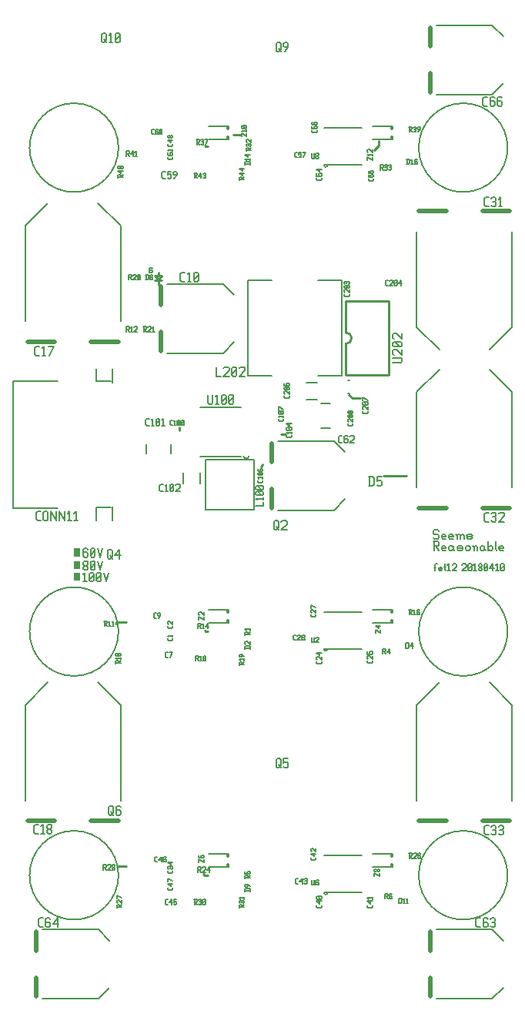
<source format=gbr>
G04 start of page 10 for group -4079 idx -4079 *
G04 Title: fet12, topsilk *
G04 Creator: pcb 20140316 *
G04 CreationDate: Thu 12 Apr 2018 01:23:09 AM GMT UTC *
G04 For: brian *
G04 Format: Gerber/RS-274X *
G04 PCB-Dimensions (mil): 6000.00 5000.00 *
G04 PCB-Coordinate-Origin: lower left *
%MOIN*%
%FSLAX25Y25*%
%LNTOPSILK*%
%ADD192C,0.0200*%
%ADD191C,0.0080*%
%ADD190C,0.0120*%
%ADD189C,0.0060*%
%ADD188C,0.0100*%
%ADD187C,0.0001*%
G54D187*G36*
X203500Y228000D02*Y224500D01*
X201000D01*
Y228000D01*
X203500D01*
G37*
G36*
Y222500D02*Y219000D01*
X201000D01*
Y222500D01*
X203500D01*
G37*
G36*
Y217500D02*Y214000D01*
X201000D01*
Y217500D01*
X203500D01*
G37*
G54D188*X223500Y196000D02*X219500D01*
X219000Y195500D01*
X223500Y90500D02*X220000D01*
X219500Y90000D01*
X259000Y86500D02*X257500D01*
X257000Y87000D01*
X246500Y279000D02*Y280500D01*
X290500Y277500D02*X292500D01*
X282500Y264500D02*Y264000D01*
X282000Y263500D01*
X259000Y192000D02*X258000D01*
X257500Y192500D01*
X320000Y294500D02*X321500Y293000D01*
X325000D01*
X270000Y407000D02*X273000D01*
X259000Y402000D02*X258000D01*
X257500Y402500D01*
X331000Y400500D02*X333000Y402500D01*
Y404500D01*
X237500Y344500D02*X239000Y346000D01*
X236000D01*
X237500Y344500D01*
Y342000D01*
Y346000D02*Y347500D01*
X236000Y344000D02*X239000D01*
G54D189*X234540Y349480D02*X234800Y349220D01*
X233760Y349480D02*X234540D01*
X233500Y349220D02*X233760Y349480D01*
X233500Y349220D02*Y347660D01*
X233760Y347400D01*
X234540D01*
X234800Y347660D01*
Y348180D02*Y347660D01*
X234540Y348440D02*X234800Y348180D01*
X234020Y348440D02*X234540D01*
X358460Y236020D02*X358950Y235530D01*
X356990Y236020D02*X358460D01*
X356500Y235530D02*X356990Y236020D01*
X356500Y235530D02*Y234550D01*
X356990Y234060D01*
X358460D01*
X358950Y233570D01*
Y232590D01*
X358460Y232100D02*X358950Y232590D01*
X356990Y232100D02*X358460D01*
X356500Y232590D02*X356990Y232100D01*
X360616D02*X362086D01*
X360126Y232590D02*X360616Y232100D01*
X360126Y233570D02*Y232590D01*
Y233570D02*X360616Y234060D01*
X361596D01*
X362086Y233570D01*
X360126Y233080D02*X362086D01*
Y233570D02*Y233080D01*
X363752Y232100D02*X365222D01*
X363262Y232590D02*X363752Y232100D01*
X363262Y233570D02*Y232590D01*
Y233570D02*X363752Y234060D01*
X364732D01*
X365222Y233570D01*
X363262Y233080D02*X365222D01*
Y233570D02*Y233080D01*
X366888Y233570D02*Y232100D01*
Y233570D02*X367378Y234060D01*
X367868D01*
X368358Y233570D01*
Y232100D01*
Y233570D02*X368848Y234060D01*
X369338D01*
X369828Y233570D01*
Y232100D01*
X366398Y234060D02*X366888Y233570D01*
X371494Y232100D02*X372964D01*
X373454Y232590D01*
X372964Y233080D02*X373454Y232590D01*
X371494Y233080D02*X372964D01*
X371004Y233570D02*X371494Y233080D01*
X371004Y233570D02*X371494Y234060D01*
X372964D01*
X373454Y233570D01*
X371004Y232590D02*X371494Y232100D01*
X356500Y231020D02*X358460D01*
X358950Y230530D01*
Y229550D01*
X358460Y229060D02*X358950Y229550D01*
X356990Y229060D02*X358460D01*
X356990Y231020D02*Y227100D01*
X357774Y229060D02*X358950Y227100D01*
X360616D02*X362086D01*
X360126Y227590D02*X360616Y227100D01*
X360126Y228570D02*Y227590D01*
Y228570D02*X360616Y229060D01*
X361596D01*
X362086Y228570D01*
X360126Y228080D02*X362086D01*
Y228570D02*Y228080D01*
X364732Y229060D02*X365222Y228570D01*
X363752Y229060D02*X364732D01*
X363262Y228570D02*X363752Y229060D01*
X363262Y228570D02*Y227590D01*
X363752Y227100D01*
X365222Y229060D02*Y227590D01*
X365712Y227100D01*
X363752D02*X364732D01*
X365222Y227590D01*
X367378Y227100D02*X368848D01*
X369338Y227590D01*
X368848Y228080D02*X369338Y227590D01*
X367378Y228080D02*X368848D01*
X366888Y228570D02*X367378Y228080D01*
X366888Y228570D02*X367378Y229060D01*
X368848D01*
X369338Y228570D01*
X366888Y227590D02*X367378Y227100D01*
X370514Y228570D02*Y227590D01*
Y228570D02*X371004Y229060D01*
X371984D01*
X372474Y228570D01*
Y227590D01*
X371984Y227100D02*X372474Y227590D01*
X371004Y227100D02*X371984D01*
X370514Y227590D02*X371004Y227100D01*
X374140Y228570D02*Y227100D01*
Y228570D02*X374630Y229060D01*
X375120D01*
X375610Y228570D01*
Y227100D01*
X373650Y229060D02*X374140Y228570D01*
X378256Y229060D02*X378746Y228570D01*
X377276Y229060D02*X378256D01*
X376786Y228570D02*X377276Y229060D01*
X376786Y228570D02*Y227590D01*
X377276Y227100D01*
X378746Y229060D02*Y227590D01*
X379236Y227100D01*
X377276D02*X378256D01*
X378746Y227590D01*
X380412Y231020D02*Y227100D01*
Y227590D02*X380902Y227100D01*
X381882D01*
X382372Y227590D01*
Y228570D02*Y227590D01*
X381882Y229060D02*X382372Y228570D01*
X380902Y229060D02*X381882D01*
X380412Y228570D02*X380902Y229060D01*
X383548Y231020D02*Y227590D01*
X384038Y227100D01*
X385508D02*X386978D01*
X385018Y227590D02*X385508Y227100D01*
X385018Y228570D02*Y227590D01*
Y228570D02*X385508Y229060D01*
X386488D01*
X386978Y228570D01*
X385018Y228080D02*X386978D01*
Y228570D02*Y228080D01*
X357375Y220875D02*Y218250D01*
Y220875D02*X357750Y221250D01*
X358125D01*
X357000Y219750D02*X357750D01*
X359250Y218250D02*X360375D01*
X358875Y218625D02*X359250Y218250D01*
X358875Y219375D02*Y218625D01*
Y219375D02*X359250Y219750D01*
X360000D01*
X360375Y219375D01*
X358875Y219000D02*X360375D01*
Y219375D02*Y219000D01*
X361650Y221250D02*Y218625D01*
X362025Y218250D01*
X361275Y220125D02*X362025D01*
X362775Y220650D02*X363375Y221250D01*
Y218250D01*
X362775D02*X363900D01*
X364800Y220875D02*X365175Y221250D01*
X366300D01*
X366675Y220875D01*
Y220125D01*
X364800Y218250D02*X366675Y220125D01*
X364800Y218250D02*X366675D01*
X368925Y220875D02*X369300Y221250D01*
X370425D01*
X370800Y220875D01*
Y220125D01*
X368925Y218250D02*X370800Y220125D01*
X368925Y218250D02*X370800D01*
X371700Y218625D02*X372075Y218250D01*
X371700Y220875D02*Y218625D01*
Y220875D02*X372075Y221250D01*
X372825D01*
X373200Y220875D01*
Y218625D01*
X372825Y218250D02*X373200Y218625D01*
X372075Y218250D02*X372825D01*
X371700Y219000D02*X373200Y220500D01*
X374100Y220650D02*X374700Y221250D01*
Y218250D01*
X374100D02*X375225D01*
X376125Y218625D02*X376500Y218250D01*
X376125Y219225D02*Y218625D01*
Y219225D02*X376650Y219750D01*
X377100D01*
X377625Y219225D01*
Y218625D01*
X377250Y218250D02*X377625Y218625D01*
X376500Y218250D02*X377250D01*
X376125Y220275D02*X376650Y219750D01*
X376125Y220875D02*Y220275D01*
Y220875D02*X376500Y221250D01*
X377250D01*
X377625Y220875D01*
Y220275D01*
X377100Y219750D02*X377625Y220275D01*
X378525Y218625D02*X378900Y218250D01*
X378525Y220875D02*Y218625D01*
Y220875D02*X378900Y221250D01*
X379650D01*
X380025Y220875D01*
Y218625D01*
X379650Y218250D02*X380025Y218625D01*
X378900Y218250D02*X379650D01*
X378525Y219000D02*X380025Y220500D01*
X380925Y219375D02*X382425Y221250D01*
X380925Y219375D02*X382800D01*
X382425Y221250D02*Y218250D01*
X383700Y220650D02*X384300Y221250D01*
Y218250D01*
X383700D02*X384825D01*
X385725Y218625D02*X386100Y218250D01*
X385725Y220875D02*Y218625D01*
Y220875D02*X386100Y221250D01*
X386850D01*
X387225Y220875D01*
Y218625D01*
X386850Y218250D02*X387225Y218625D01*
X386100Y218250D02*X386850D01*
X385725Y219000D02*X387225Y220500D01*
X206470Y228020D02*X206960Y227530D01*
X205490Y228020D02*X206470D01*
X205000Y227530D02*X205490Y228020D01*
X205000Y227530D02*Y224590D01*
X205490Y224100D01*
X206470Y226256D02*X206960Y225766D01*
X205000Y226256D02*X206470D01*
X205490Y224100D02*X206470D01*
X206960Y224590D01*
Y225766D02*Y224590D01*
X208136D02*X208626Y224100D01*
X208136Y227530D02*Y224590D01*
Y227530D02*X208626Y228020D01*
X209606D01*
X210096Y227530D01*
Y224590D01*
X209606Y224100D02*X210096Y224590D01*
X208626Y224100D02*X209606D01*
X208136Y225080D02*X210096Y227040D01*
X211272Y228020D02*X212252Y224100D01*
X213232Y228020D01*
X205000Y219090D02*X205490Y218600D01*
X205000Y219874D02*Y219090D01*
Y219874D02*X205686Y220560D01*
X206274D01*
X206960Y219874D01*
Y219090D01*
X206470Y218600D02*X206960Y219090D01*
X205490Y218600D02*X206470D01*
X205000Y221246D02*X205686Y220560D01*
X205000Y222030D02*Y221246D01*
Y222030D02*X205490Y222520D01*
X206470D01*
X206960Y222030D01*
Y221246D01*
X206274Y220560D02*X206960Y221246D01*
X208136Y219090D02*X208626Y218600D01*
X208136Y222030D02*Y219090D01*
Y222030D02*X208626Y222520D01*
X209606D01*
X210096Y222030D01*
Y219090D01*
X209606Y218600D02*X210096Y219090D01*
X208626Y218600D02*X209606D01*
X208136Y219580D02*X210096Y221540D01*
X211272Y222520D02*X212252Y218600D01*
X213232Y222520D01*
X205000Y216736D02*X205784Y217520D01*
Y213600D01*
X205000D02*X206470D01*
X207646Y214090D02*X208136Y213600D01*
X207646Y217030D02*Y214090D01*
Y217030D02*X208136Y217520D01*
X209116D01*
X209606Y217030D01*
Y214090D01*
X209116Y213600D02*X209606Y214090D01*
X208136Y213600D02*X209116D01*
X207646Y214580D02*X209606Y216540D01*
X210782Y214090D02*X211272Y213600D01*
X210782Y217030D02*Y214090D01*
Y217030D02*X211272Y217520D01*
X212252D01*
X212742Y217030D01*
Y214090D01*
X212252Y213600D02*X212742Y214090D01*
X211272Y213600D02*X212252D01*
X210782Y214580D02*X212742Y216540D01*
X213918Y217520D02*X214898Y213600D01*
X215878Y217520D01*
G54D190*X267634Y406150D02*Y405441D01*
Y410559D02*Y409850D01*
G54D191*X259169Y405244D02*X267831D01*
X259169Y410756D02*X267831D01*
X181750Y401500D02*G75*G03X181750Y401500I19250J0D01*G01*
G54D192*X350315Y374028D02*X362126D01*
X377874D02*X389685D01*
G54D191*X349331Y365169D02*Y323831D01*
X390669Y365169D02*Y323831D01*
X380827Y313988D01*
X349331Y323831D02*X359173Y313988D01*
X350250Y401500D02*G75*G03X350250Y401500I19250J0D01*G01*
G54D192*X355146Y433594D02*Y425524D01*
Y453476D02*Y445406D01*
G54D191*X357902Y424539D02*X382114D01*
X357902Y454461D02*X382114D01*
X386839Y449736D01*
X382114Y424539D02*X386839Y429264D01*
G54D190*X338634Y406150D02*Y405441D01*
Y410559D02*Y409850D01*
G54D191*X330169Y405244D02*X338831D01*
X330169Y410756D02*X338831D01*
X309429Y393929D02*X325571D01*
X309429Y410071D02*X325571D01*
X309232Y393929D02*G75*G03X310807Y393929I787J0D01*G01*
G54D192*X238646Y321594D02*Y313524D01*
Y341476D02*Y333406D01*
G54D191*X241402Y312539D02*X265614D01*
X241402Y342461D02*X265614D01*
X270339Y337736D01*
X265614Y312539D02*X270339Y317264D01*
X316800Y344200D02*Y302800D01*
X276200Y344200D02*Y302800D01*
X306500D02*X316800D01*
X276200D02*X286500D01*
X276200Y344200D02*X286500D01*
X306500D02*X316800D01*
G54D188*X318674Y302934D02*X337326D01*
Y335066D02*Y302934D01*
X318674Y335066D02*X337326D01*
X318674Y316500D02*Y302934D01*
Y335066D02*Y321500D01*
Y316500D02*G75*G03X318674Y321500I0J2500D01*G01*
G54D192*X208374Y317472D02*X220185D01*
X180815D02*X192626D01*
G54D191*X221169Y367669D02*Y326331D01*
X179831Y367669D02*Y326331D01*
Y367669D02*X189673Y377512D01*
X221169Y367669D02*X211327Y377512D01*
X217685Y246228D02*Y240126D01*
Y305874D02*Y299772D01*
X210598Y245638D02*X216898D01*
X210598Y300362D02*X216898D01*
X210598Y245638D02*Y240126D01*
Y305874D02*Y300362D01*
X174772Y300559D02*Y245441D01*
X194063D01*
X174772Y300559D02*X194063D01*
X319607Y295245D02*X320393D01*
X319607Y300755D02*X320393D01*
X301638Y299740D02*X306362D01*
X301638Y292260D02*X306362D01*
X308032Y280186D02*X311968D01*
X308032Y290814D02*X311968D01*
X248260Y260862D02*Y256138D01*
X255740Y260862D02*Y256138D01*
X255642Y289130D02*X273358D01*
X255642Y267870D02*X273358D01*
X274342Y267859D02*G75*G03X276705Y267859I1182J208D01*G01*
X242814Y272968D02*Y269032D01*
X232186Y272968D02*Y269032D01*
X278900Y266300D02*Y244700D01*
X258100D02*X278900D01*
X258100Y266300D02*Y244700D01*
Y266300D02*X278900D01*
G54D192*X286646Y253594D02*Y245524D01*
Y273476D02*Y265406D01*
G54D191*X289402Y244539D02*X313614D01*
X289402Y274461D02*X313614D01*
X318339Y269736D01*
X313614Y244539D02*X318339Y249264D01*
G54D188*X335000Y259400D02*X345000D01*
G54D192*X377874Y245472D02*X389685D01*
X350315D02*X362126D01*
G54D191*X390669Y295669D02*Y254331D01*
X349331Y295669D02*Y254331D01*
Y295669D02*X359173Y305512D01*
X390669Y295669D02*X380827Y305512D01*
G54D192*X208374Y109972D02*X220185D01*
X180815D02*X192626D01*
G54D191*X221169Y160169D02*Y118831D01*
X179831Y160169D02*Y118831D01*
Y160169D02*X189673Y170012D01*
X221169Y160169D02*X211327Y170012D01*
X181750Y192000D02*G75*G03X181750Y192000I19250J0D01*G01*
G54D190*X338634Y196650D02*Y195941D01*
Y201059D02*Y200350D01*
G54D191*X330169Y195744D02*X338831D01*
X330169Y201256D02*X338831D01*
X309429Y184429D02*X325571D01*
X309429Y200571D02*X325571D01*
X309232Y184429D02*G75*G03X310807Y184429I787J0D01*G01*
G54D190*X267634Y196650D02*Y195941D01*
Y201059D02*Y200350D01*
G54D191*X259169Y195744D02*X267831D01*
X259169Y201256D02*X267831D01*
G54D192*X377874Y109972D02*X389685D01*
X350315D02*X362126D01*
G54D191*X390669Y160169D02*Y118831D01*
X349331Y160169D02*Y118831D01*
Y160169D02*X359173Y170012D01*
X390669Y160169D02*X380827Y170012D01*
X350250Y192000D02*G75*G03X350250Y192000I19250J0D01*G01*
Y86500D02*G75*G03X350250Y86500I19250J0D01*G01*
G54D192*X355146Y42094D02*Y34024D01*
Y61976D02*Y53906D01*
G54D191*X357902Y33039D02*X382114D01*
X357902Y62961D02*X382114D01*
X386839Y58236D01*
X382114Y33039D02*X386839Y37764D01*
X181750Y86500D02*G75*G03X181750Y86500I19250J0D01*G01*
G54D192*X184646Y42094D02*Y34024D01*
Y61976D02*Y53906D01*
G54D191*X187402Y33039D02*X211614D01*
X187402Y62961D02*X211614D01*
X216339Y58236D01*
X211614Y33039D02*X216339Y37764D01*
G54D190*X338634Y91150D02*Y90441D01*
Y95559D02*Y94850D01*
G54D191*X330169Y90244D02*X338831D01*
X330169Y95756D02*X338831D01*
X309429Y78929D02*X325571D01*
X309429Y95071D02*X325571D01*
X309232Y78929D02*G75*G03X310807Y78929I787J0D01*G01*
G54D190*X267634Y91150D02*Y90441D01*
Y95559D02*Y94850D01*
G54D191*X259169Y90244D02*X267831D01*
X259169Y95756D02*X267831D01*
G54D189*X184200Y104500D02*X185500D01*
X183500Y105200D02*X184200Y104500D01*
X183500Y107800D02*Y105200D01*
Y107800D02*X184200Y108500D01*
X185500D01*
X186700Y107700D02*X187500Y108500D01*
Y104500D01*
X186700D02*X188200D01*
X189400Y105000D02*X189900Y104500D01*
X189400Y105800D02*Y105000D01*
Y105800D02*X190100Y106500D01*
X190700D01*
X191400Y105800D01*
Y105000D01*
X190900Y104500D02*X191400Y105000D01*
X189900Y104500D02*X190900D01*
X189400Y107200D02*X190100Y106500D01*
X189400Y108000D02*Y107200D01*
Y108000D02*X189900Y108500D01*
X190900D01*
X191400Y108000D01*
Y107200D01*
X190700Y106500D02*X191400Y107200D01*
X216000Y116000D02*Y113000D01*
Y116000D02*X216500Y116500D01*
X217500D01*
X218000Y116000D01*
Y113500D01*
X217000Y112500D02*X218000Y113500D01*
X216500Y112500D02*X217000D01*
X216000Y113000D02*X216500Y112500D01*
X217000Y114000D02*X218000Y112500D01*
X220700Y116500D02*X221200Y116000D01*
X219700Y116500D02*X220700D01*
X219200Y116000D02*X219700Y116500D01*
X219200Y116000D02*Y113000D01*
X219700Y112500D01*
X220700Y114700D02*X221200Y114200D01*
X219200Y114700D02*X220700D01*
X219700Y112500D02*X220700D01*
X221200Y113000D01*
Y114200D02*Y113000D01*
X186200Y64000D02*X187500D01*
X185500Y64700D02*X186200Y64000D01*
X185500Y67300D02*Y64700D01*
Y67300D02*X186200Y68000D01*
X187500D01*
X190200D02*X190700Y67500D01*
X189200Y68000D02*X190200D01*
X188700Y67500D02*X189200Y68000D01*
X188700Y67500D02*Y64500D01*
X189200Y64000D01*
X190200Y66200D02*X190700Y65700D01*
X188700Y66200D02*X190200D01*
X189200Y64000D02*X190200D01*
X190700Y64500D01*
Y65700D02*Y64500D01*
X191900Y65500D02*X193900Y68000D01*
X191900Y65500D02*X194400D01*
X193900Y68000D02*Y64000D01*
X185200Y240000D02*X186500D01*
X184500Y240700D02*X185200Y240000D01*
X184500Y243300D02*Y240700D01*
Y243300D02*X185200Y244000D01*
X186500D01*
X187700Y243500D02*Y240500D01*
Y243500D02*X188200Y244000D01*
X189200D01*
X189700Y243500D01*
Y240500D01*
X189200Y240000D02*X189700Y240500D01*
X188200Y240000D02*X189200D01*
X187700Y240500D02*X188200Y240000D01*
X190900Y244000D02*Y240000D01*
Y244000D02*X193400Y240000D01*
Y244000D02*Y240000D01*
X194600Y244000D02*Y240000D01*
Y244000D02*X197100Y240000D01*
Y244000D02*Y240000D01*
X198300Y243200D02*X199100Y244000D01*
Y240000D01*
X198300D02*X199800D01*
X201000Y243200D02*X201800Y244000D01*
Y240000D01*
X201000D02*X202500D01*
X214000Y196460D02*X215080D01*
X215350Y196190D01*
Y195650D01*
X215080Y195380D02*X215350Y195650D01*
X214270Y195380D02*X215080D01*
X214270Y196460D02*Y194300D01*
X214702Y195380D02*X215350Y194300D01*
X215998Y196028D02*X216430Y196460D01*
Y194300D01*
X215998D02*X216808D01*
X217456Y196028D02*X217888Y196460D01*
Y194300D01*
X217456D02*X218266D01*
X219040Y179080D02*Y178000D01*
Y179080D02*X219310Y179350D01*
X219850D01*
X220120Y179080D02*X219850Y179350D01*
X220120Y179080D02*Y178270D01*
X219040D02*X221200D01*
X220120Y178702D02*X221200Y179350D01*
X219472Y179998D02*X219040Y180430D01*
X221200D01*
Y180808D02*Y179998D01*
X220930Y181456D02*X221200Y181726D01*
X219310Y181456D02*X220930D01*
X219310D02*X219040Y181726D01*
Y182266D02*Y181726D01*
Y182266D02*X219310Y182536D01*
X220930D01*
X221200Y182266D02*X220930Y182536D01*
X221200Y182266D02*Y181726D01*
X220660Y181456D02*X219580Y182536D01*
X215500Y227000D02*Y224000D01*
Y227000D02*X216000Y227500D01*
X217000D01*
X217500Y227000D01*
Y224500D01*
X216500Y223500D02*X217500Y224500D01*
X216000Y223500D02*X216500D01*
X215500Y224000D02*X216000Y223500D01*
X216500Y225000D02*X217500Y223500D01*
X218700Y225000D02*X220700Y227500D01*
X218700Y225000D02*X221200D01*
X220700Y227500D02*Y223500D01*
X272540Y388580D02*Y387500D01*
Y388580D02*X272810Y388850D01*
X273350D01*
X273620Y388580D02*X273350Y388850D01*
X273620Y388580D02*Y387770D01*
X272540D02*X274700D01*
X273620Y388202D02*X274700Y388850D01*
X273890Y389498D02*X272540Y390578D01*
X273890Y390848D02*Y389498D01*
X272540Y390578D02*X274700D01*
X273890Y391496D02*X272540Y392576D01*
X273890Y392846D02*Y391496D01*
X272540Y392576D02*X274700D01*
X288500Y446500D02*Y443500D01*
Y446500D02*X289000Y447000D01*
X290000D01*
X290500Y446500D01*
Y444000D01*
X289500Y443000D02*X290500Y444000D01*
X289000Y443000D02*X289500D01*
X288500Y443500D02*X289000Y443000D01*
X289500Y444500D02*X290500Y443000D01*
X292200D02*X293700Y445000D01*
Y446500D02*Y445000D01*
X293200Y447000D02*X293700Y446500D01*
X292200Y447000D02*X293200D01*
X291700Y446500D02*X292200Y447000D01*
X291700Y446500D02*Y445500D01*
X292200Y445000D01*
X293700D01*
X275540Y401080D02*Y400000D01*
Y401080D02*X275810Y401350D01*
X276350D01*
X276620Y401080D02*X276350Y401350D01*
X276620Y401080D02*Y400270D01*
X275540D02*X277700D01*
X276620Y400702D02*X277700Y401350D01*
X275810Y401998D02*X275540Y402268D01*
Y402808D02*Y402268D01*
Y402808D02*X275810Y403078D01*
X277700Y402808D02*X277430Y403078D01*
X277700Y402808D02*Y402268D01*
X277430Y401998D02*X277700Y402268D01*
X276512Y402808D02*Y402268D01*
X275810Y403078D02*X276242D01*
X276782D02*X277430D01*
X276782D02*X276512Y402808D01*
X276242Y403078D02*X276512Y402808D01*
X275810Y403726D02*X275540Y403996D01*
Y404806D02*Y403996D01*
Y404806D02*X275810Y405076D01*
X276350D01*
X277700Y403726D02*X276350Y405076D01*
X277700D02*Y403726D01*
X275040Y394270D02*X277200D01*
X275040Y394972D02*X275418Y395350D01*
X276822D01*
X277200Y394972D02*X276822Y395350D01*
X277200Y394972D02*Y394000D01*
X275040Y394972D02*Y394000D01*
X275472Y395998D02*X275040Y396430D01*
X277200D01*
Y396808D02*Y395998D01*
X276390Y397456D02*X275040Y398536D01*
X276390Y398806D02*Y397456D01*
X275040Y398536D02*X277200D01*
X296878Y397300D02*X297580D01*
X296500Y397678D02*X296878Y397300D01*
X296500Y399082D02*Y397678D01*
Y399082D02*X296878Y399460D01*
X297580D01*
X298228D02*X299308D01*
X298228D02*Y398380D01*
X298498Y398650D01*
X299038D01*
X299308Y398380D01*
Y397570D01*
X299038Y397300D02*X299308Y397570D01*
X298498Y397300D02*X299038D01*
X298228Y397570D02*X298498Y397300D01*
X300226D02*X301306Y399460D01*
X299956D02*X301306D01*
X304000Y398960D02*Y397070D01*
X304270Y396800D01*
X304810D01*
X305080Y397070D01*
Y398960D02*Y397070D01*
X305728D02*X305998Y396800D01*
X305728Y397502D02*Y397070D01*
Y397502D02*X306106Y397880D01*
X306430D01*
X306808Y397502D01*
Y397070D01*
X306538Y396800D02*X306808Y397070D01*
X305998Y396800D02*X306538D01*
X305728Y398258D02*X306106Y397880D01*
X305728Y398690D02*Y398258D01*
Y398690D02*X305998Y398960D01*
X306538D01*
X306808Y398690D01*
Y398258D01*
X306430Y397880D02*X306808Y398258D01*
X273530Y407825D02*Y406500D01*
X275650D02*X273530Y407825D01*
X275650D02*Y406500D01*
X273954Y408461D02*X273530Y408885D01*
X275650D01*
Y409256D02*Y408461D01*
X275385Y409892D02*X275650Y410157D01*
X273795Y409892D02*X275385D01*
X273795D02*X273530Y410157D01*
Y410687D02*Y410157D01*
Y410687D02*X273795Y410952D01*
X275385D01*
X275650Y410687D02*X275385Y410952D01*
X275650Y410687D02*Y410157D01*
X275120Y409892D02*X274060Y410952D01*
X247700Y343500D02*X249000D01*
X247000Y344200D02*X247700Y343500D01*
X247000Y346800D02*Y344200D01*
Y346800D02*X247700Y347500D01*
X249000D01*
X250200Y346700D02*X251000Y347500D01*
Y343500D01*
X250200D02*X251700D01*
X252900Y344000D02*X253400Y343500D01*
X252900Y347000D02*Y344000D01*
Y347000D02*X253400Y347500D01*
X254400D01*
X254900Y347000D01*
Y344000D01*
X254400Y343500D02*X254900Y344000D01*
X253400Y343500D02*X254400D01*
X252900Y344500D02*X254900Y346500D01*
X232270Y346460D02*Y344300D01*
X232972Y346460D02*X233350Y346082D01*
Y344678D01*
X232972Y344300D02*X233350Y344678D01*
X232000Y344300D02*X232972D01*
X232000Y346460D02*X232972D01*
X234808D02*X235078Y346190D01*
X234268Y346460D02*X234808D01*
X233998Y346190D02*X234268Y346460D01*
X233998Y346190D02*Y344570D01*
X234268Y344300D01*
X234808Y345488D02*X235078Y345218D01*
X233998Y345488D02*X234808D01*
X234268Y344300D02*X234808D01*
X235078Y344570D01*
Y345218D02*Y344570D01*
X224500Y346460D02*X225580D01*
X225850Y346190D01*
Y345650D01*
X225580Y345380D02*X225850Y345650D01*
X224770Y345380D02*X225580D01*
X224770Y346460D02*Y344300D01*
X225202Y345380D02*X225850Y344300D01*
X226498Y346190D02*X226768Y346460D01*
X227578D01*
X227848Y346190D01*
Y345650D01*
X226498Y344300D02*X227848Y345650D01*
X226498Y344300D02*X227848D01*
X228496Y344570D02*X228766Y344300D01*
X228496Y346190D02*Y344570D01*
Y346190D02*X228766Y346460D01*
X229306D01*
X229576Y346190D01*
Y344570D01*
X229306Y344300D02*X229576Y344570D01*
X228766Y344300D02*X229306D01*
X228496Y344840D02*X229576Y345920D01*
X254000Y404960D02*X255080D01*
X255350Y404690D01*
Y404150D01*
X255080Y403880D02*X255350Y404150D01*
X254270Y403880D02*X255080D01*
X254270Y404960D02*Y402800D01*
X254702Y403880D02*X255350Y402800D01*
X255998Y404690D02*X256268Y404960D01*
X256808D01*
X257078Y404690D01*
X256808Y402800D02*X257078Y403070D01*
X256268Y402800D02*X256808D01*
X255998Y403070D02*X256268Y402800D01*
Y403988D02*X256808D01*
X257078Y404690D02*Y404258D01*
Y403718D02*Y403070D01*
Y403718D02*X256808Y403988D01*
X257078Y404258D02*X256808Y403988D01*
X257996Y402800D02*X259076Y404960D01*
X257726D02*X259076D01*
X253000Y390460D02*X254080D01*
X254350Y390190D01*
Y389650D01*
X254080Y389380D02*X254350Y389650D01*
X253270Y389380D02*X254080D01*
X253270Y390460D02*Y388300D01*
X253702Y389380D02*X254350Y388300D01*
X254998Y389110D02*X256078Y390460D01*
X254998Y389110D02*X256348D01*
X256078Y390460D02*Y388300D01*
X256996Y390190D02*X257266Y390460D01*
X257806D01*
X258076Y390190D01*
X257806Y388300D02*X258076Y388570D01*
X257266Y388300D02*X257806D01*
X256996Y388570D02*X257266Y388300D01*
Y389488D02*X257806D01*
X258076Y390190D02*Y389758D01*
Y389218D02*Y388570D01*
Y389218D02*X257806Y389488D01*
X258076Y389758D02*X257806Y389488D01*
X234878Y407300D02*X235580D01*
X234500Y407678D02*X234878Y407300D01*
X234500Y409082D02*Y407678D01*
Y409082D02*X234878Y409460D01*
X235580D01*
X237038D02*X237308Y409190D01*
X236498Y409460D02*X237038D01*
X236228Y409190D02*X236498Y409460D01*
X236228Y409190D02*Y407570D01*
X236498Y407300D01*
X237038Y408488D02*X237308Y408218D01*
X236228Y408488D02*X237038D01*
X236498Y407300D02*X237038D01*
X237308Y407570D01*
Y408218D02*Y407570D01*
X237956D02*X238226Y407300D01*
X237956Y409190D02*Y407570D01*
Y409190D02*X238226Y409460D01*
X238766D01*
X239036Y409190D01*
Y407570D01*
X238766Y407300D02*X239036Y407570D01*
X238226Y407300D02*X238766D01*
X237956Y407840D02*X239036Y408920D01*
X223500Y399970D02*X224560D01*
X224825Y399705D01*
Y399175D01*
X224560Y398910D02*X224825Y399175D01*
X223765Y398910D02*X224560D01*
X223765Y399970D02*Y397850D01*
X224189Y398910D02*X224825Y397850D01*
X225461Y398645D02*X226521Y399970D01*
X225461Y398645D02*X226786D01*
X226521Y399970D02*Y397850D01*
X227422Y399546D02*X227846Y399970D01*
Y397850D01*
X227422D02*X228217D01*
X220040Y389580D02*Y388500D01*
Y389580D02*X220310Y389850D01*
X220850D01*
X221120Y389580D02*X220850Y389850D01*
X221120Y389580D02*Y388770D01*
X220040D02*X222200D01*
X221120Y389202D02*X222200Y389850D01*
X221390Y390498D02*X220040Y391578D01*
X221390Y391848D02*Y390498D01*
X220040Y391578D02*X222200D01*
X221930Y392496D02*X222200Y392766D01*
X220310Y392496D02*X221930D01*
X220310D02*X220040Y392766D01*
Y393306D02*Y392766D01*
Y393306D02*X220310Y393576D01*
X221930D01*
X222200Y393306D02*X221930Y393576D01*
X222200Y393306D02*Y392766D01*
X221660Y392496D02*X220580Y393576D01*
X213000Y450500D02*Y447500D01*
Y450500D02*X213500Y451000D01*
X214500D01*
X215000Y450500D01*
Y448000D01*
X214000Y447000D02*X215000Y448000D01*
X213500Y447000D02*X214000D01*
X213000Y447500D02*X213500Y447000D01*
X214000Y448500D02*X215000Y447000D01*
X216200Y450200D02*X217000Y451000D01*
Y447000D01*
X216200D02*X217700D01*
X218900Y447500D02*X219400Y447000D01*
X218900Y450500D02*Y447500D01*
Y450500D02*X219400Y451000D01*
X220400D01*
X220900Y450500D01*
Y447500D01*
X220400Y447000D02*X220900Y447500D01*
X219400Y447000D02*X220400D01*
X218900Y448000D02*X220900Y450000D01*
X243700Y403080D02*Y402378D01*
X243322Y402000D02*X243700Y402378D01*
X241918Y402000D02*X243322D01*
X241918D02*X241540Y402378D01*
Y403080D02*Y402378D01*
X242890Y403728D02*X241540Y404808D01*
X242890Y405078D02*Y403728D01*
X241540Y404808D02*X243700D01*
X243430Y405726D02*X243700Y405996D01*
X242998Y405726D02*X243430D01*
X242998D02*X242620Y406104D01*
Y406428D02*Y406104D01*
Y406428D02*X242998Y406806D01*
X243430D01*
X243700Y406536D02*X243430Y406806D01*
X243700Y406536D02*Y405996D01*
X242242Y405726D02*X242620Y406104D01*
X241810Y405726D02*X242242D01*
X241810D02*X241540Y405996D01*
Y406536D02*Y405996D01*
Y406536D02*X241810Y406806D01*
X242242D01*
X242620Y406428D02*X242242Y406806D01*
X239539Y388150D02*X240540D01*
X239000Y388689D02*X239539Y388150D01*
X239000Y390691D02*Y388689D01*
Y390691D02*X239539Y391230D01*
X240540D01*
X241464D02*X243004D01*
X241464D02*Y389690D01*
X241849Y390075D01*
X242619D01*
X243004Y389690D01*
Y388535D01*
X242619Y388150D02*X243004Y388535D01*
X241849Y388150D02*X242619D01*
X241464Y388535D02*X241849Y388150D01*
X244313D02*X245468Y389690D01*
Y390845D02*Y389690D01*
X245083Y391230D02*X245468Y390845D01*
X244313Y391230D02*X245083D01*
X243928Y390845D02*X244313Y391230D01*
X243928Y390845D02*Y390075D01*
X244313Y389690D01*
X245468D01*
X243700Y397580D02*Y396878D01*
X243322Y396500D02*X243700Y396878D01*
X241918Y396500D02*X243322D01*
X241918D02*X241540Y396878D01*
Y397580D02*Y396878D01*
Y399038D02*X241810Y399308D01*
X241540Y399038D02*Y398498D01*
X241810Y398228D02*X241540Y398498D01*
X241810Y398228D02*X243430D01*
X243700Y398498D01*
X242512Y399038D02*X242782Y399308D01*
X242512Y399038D02*Y398228D01*
X243700Y399038D02*Y398498D01*
Y399038D02*X243430Y399308D01*
X242782D02*X243430D01*
X241972Y399956D02*X241540Y400388D01*
X243700D01*
Y400766D02*Y399956D01*
X336378Y341800D02*X337080D01*
X336000Y342178D02*X336378Y341800D01*
X336000Y343582D02*Y342178D01*
Y343582D02*X336378Y343960D01*
X337080D01*
X337728Y343690D02*X337998Y343960D01*
X338808D01*
X339078Y343690D01*
Y343150D01*
X337728Y341800D02*X339078Y343150D01*
X337728Y341800D02*X339078D01*
X339726Y342070D02*X339996Y341800D01*
X339726Y343690D02*Y342070D01*
Y343690D02*X339996Y343960D01*
X340536D01*
X340806Y343690D01*
Y342070D01*
X340536Y341800D02*X340806Y342070D01*
X339996Y341800D02*X340536D01*
X339726Y342340D02*X340806Y343420D01*
X341454Y342610D02*X342534Y343960D01*
X341454Y342610D02*X342804D01*
X342534Y343960D02*Y341800D01*
X320200Y338080D02*Y337378D01*
X319822Y337000D02*X320200Y337378D01*
X318418Y337000D02*X319822D01*
X318418D02*X318040Y337378D01*
Y338080D02*Y337378D01*
X318310Y338728D02*X318040Y338998D01*
Y339808D02*Y338998D01*
Y339808D02*X318310Y340078D01*
X318850D01*
X320200Y338728D02*X318850Y340078D01*
X320200D02*Y338728D01*
X319930Y340726D02*X320200Y340996D01*
X318310Y340726D02*X319930D01*
X318310D02*X318040Y340996D01*
Y341536D02*Y340996D01*
Y341536D02*X318310Y341806D01*
X319930D01*
X320200Y341536D02*X319930Y341806D01*
X320200Y341536D02*Y340996D01*
X319660Y340726D02*X318580Y341806D01*
X318310Y342454D02*X318040Y342724D01*
Y343264D02*Y342724D01*
Y343264D02*X318310Y343534D01*
X320200Y343264D02*X319930Y343534D01*
X320200Y343264D02*Y342724D01*
X319930Y342454D02*X320200Y342724D01*
X319012Y343264D02*Y342724D01*
X318310Y343534D02*X318742D01*
X319282D02*X319930D01*
X319282D02*X319012Y343264D01*
X318742Y343534D02*X319012Y343264D01*
X330700Y388080D02*Y387378D01*
X330322Y387000D02*X330700Y387378D01*
X328918Y387000D02*X330322D01*
X328918D02*X328540Y387378D01*
Y388080D02*Y387378D01*
Y389808D02*Y388728D01*
X329620D01*
X329350Y388998D01*
Y389538D02*Y388998D01*
Y389538D02*X329620Y389808D01*
X330430D01*
X330700Y389538D02*X330430Y389808D01*
X330700Y389538D02*Y388998D01*
X330430Y388728D02*X330700Y388998D01*
X328540Y391536D02*Y390456D01*
X329620D01*
X329350Y390726D01*
Y391266D02*Y390726D01*
Y391266D02*X329620Y391536D01*
X330430D01*
X330700Y391266D02*X330430Y391536D01*
X330700Y391266D02*Y390726D01*
X330430Y390456D02*X330700Y390726D01*
X308200Y388580D02*Y387878D01*
X307822Y387500D02*X308200Y387878D01*
X306418Y387500D02*X307822D01*
X306418D02*X306040Y387878D01*
Y388580D02*Y387878D01*
Y390308D02*Y389228D01*
X307120D01*
X306850Y389498D01*
Y390038D02*Y389498D01*
Y390038D02*X307120Y390308D01*
X307930D01*
X308200Y390038D02*X307930Y390308D01*
X308200Y390038D02*Y389498D01*
X307930Y389228D02*X308200Y389498D01*
X307390Y390956D02*X306040Y392036D01*
X307390Y392306D02*Y390956D01*
X306040Y392036D02*X308200D01*
X345270Y396460D02*Y394300D01*
X345972Y396460D02*X346350Y396082D01*
Y394678D01*
X345972Y394300D02*X346350Y394678D01*
X345000Y394300D02*X345972D01*
X345000Y396460D02*X345972D01*
X346998Y396028D02*X347430Y396460D01*
Y394300D01*
X346998D02*X347808D01*
X349266Y396460D02*X349536Y396190D01*
X348726Y396460D02*X349266D01*
X348456Y396190D02*X348726Y396460D01*
X348456Y396190D02*Y394570D01*
X348726Y394300D01*
X349266Y395488D02*X349536Y395218D01*
X348456Y395488D02*X349266D01*
X348726Y394300D02*X349266D01*
X349536Y394570D01*
Y395218D02*Y394570D01*
X333500Y393960D02*X334580D01*
X334850Y393690D01*
Y393150D01*
X334580Y392880D02*X334850Y393150D01*
X333770Y392880D02*X334580D01*
X333770Y393960D02*Y391800D01*
X334202Y392880D02*X334850Y391800D01*
X335498Y393690D02*X335768Y393960D01*
X336308D01*
X336578Y393690D01*
X336308Y391800D02*X336578Y392070D01*
X335768Y391800D02*X336308D01*
X335498Y392070D02*X335768Y391800D01*
Y392988D02*X336308D01*
X336578Y393690D02*Y393258D01*
Y392718D02*Y392070D01*
Y392718D02*X336308Y392988D01*
X336578Y393258D02*X336308Y392988D01*
X337226Y393690D02*X337496Y393960D01*
X338036D01*
X338306Y393690D01*
X338036Y391800D02*X338306Y392070D01*
X337496Y391800D02*X338036D01*
X337226Y392070D02*X337496Y391800D01*
Y392988D02*X338036D01*
X338306Y393690D02*Y393258D01*
Y392718D02*Y392070D01*
Y392718D02*X338036Y392988D01*
X338306Y393258D02*X338036Y392988D01*
X328040Y397350D02*Y396000D01*
X330200D02*X328040Y397350D01*
X330200D02*Y396000D01*
X328472Y397998D02*X328040Y398430D01*
X330200D01*
Y398808D02*Y397998D01*
X328310Y399456D02*X328040Y399726D01*
Y400536D02*Y399726D01*
Y400536D02*X328310Y400806D01*
X328850D01*
X330200Y399456D02*X328850Y400806D01*
X330200D02*Y399456D01*
X346000Y410460D02*X347080D01*
X347350Y410190D01*
Y409650D01*
X347080Y409380D02*X347350Y409650D01*
X346270Y409380D02*X347080D01*
X346270Y410460D02*Y408300D01*
X346702Y409380D02*X347350Y408300D01*
X347998Y410190D02*X348268Y410460D01*
X348808D01*
X349078Y410190D01*
X348808Y408300D02*X349078Y408570D01*
X348268Y408300D02*X348808D01*
X347998Y408570D02*X348268Y408300D01*
Y409488D02*X348808D01*
X349078Y410190D02*Y409758D01*
Y409218D02*Y408570D01*
Y409218D02*X348808Y409488D01*
X349078Y409758D02*X348808Y409488D01*
X349996Y408300D02*X350806Y409380D01*
Y410190D02*Y409380D01*
X350536Y410460D02*X350806Y410190D01*
X349996Y410460D02*X350536D01*
X349726Y410190D02*X349996Y410460D01*
X349726Y410190D02*Y409650D01*
X349996Y409380D01*
X350806D01*
X306200Y409080D02*Y408378D01*
X305822Y408000D02*X306200Y408378D01*
X304418Y408000D02*X305822D01*
X304418D02*X304040Y408378D01*
Y409080D02*Y408378D01*
Y410808D02*Y409728D01*
X305120D01*
X304850Y409998D01*
Y410538D02*Y409998D01*
Y410538D02*X305120Y410808D01*
X305930D01*
X306200Y410538D02*X305930Y410808D01*
X306200Y410538D02*Y409998D01*
X305930Y409728D02*X306200Y409998D01*
X304040Y412266D02*X304310Y412536D01*
X304040Y412266D02*Y411726D01*
X304310Y411456D02*X304040Y411726D01*
X304310Y411456D02*X305930D01*
X306200Y411726D01*
X305012Y412266D02*X305282Y412536D01*
X305012Y412266D02*Y411456D01*
X306200Y412266D02*Y411726D01*
Y412266D02*X305930Y412536D01*
X305282D02*X305930D01*
X378700Y419500D02*X380000D01*
X378000Y420200D02*X378700Y419500D01*
X378000Y422800D02*Y420200D01*
Y422800D02*X378700Y423500D01*
X380000D01*
X382700D02*X383200Y423000D01*
X381700Y423500D02*X382700D01*
X381200Y423000D02*X381700Y423500D01*
X381200Y423000D02*Y420000D01*
X381700Y419500D01*
X382700Y421700D02*X383200Y421200D01*
X381200Y421700D02*X382700D01*
X381700Y419500D02*X382700D01*
X383200Y420000D01*
Y421200D02*Y420000D01*
X385900Y423500D02*X386400Y423000D01*
X384900Y423500D02*X385900D01*
X384400Y423000D02*X384900Y423500D01*
X384400Y423000D02*Y420000D01*
X384900Y419500D01*
X385900Y421700D02*X386400Y421200D01*
X384400Y421700D02*X385900D01*
X384900Y419500D02*X385900D01*
X386400Y420000D01*
Y421200D02*Y420000D01*
X238539Y252650D02*X239540D01*
X238000Y253189D02*X238539Y252650D01*
X238000Y255191D02*Y253189D01*
Y255191D02*X238539Y255730D01*
X239540D01*
X240464Y255114D02*X241080Y255730D01*
Y252650D01*
X240464D02*X241619D01*
X242543Y253035D02*X242928Y252650D01*
X242543Y255345D02*Y253035D01*
Y255345D02*X242928Y255730D01*
X243698D01*
X244083Y255345D01*
Y253035D01*
X243698Y252650D02*X244083Y253035D01*
X242928Y252650D02*X243698D01*
X242543Y253420D02*X244083Y254960D01*
X245007Y255345D02*X245392Y255730D01*
X246547D01*
X246932Y255345D01*
Y254575D01*
X245007Y252650D02*X246932Y254575D01*
X245007Y252650D02*X246932D01*
X231000Y323960D02*X232080D01*
X232350Y323690D01*
Y323150D01*
X232080Y322880D02*X232350Y323150D01*
X231270Y322880D02*X232080D01*
X231270Y323960D02*Y321800D01*
X231702Y322880D02*X232350Y321800D01*
X232998Y323690D02*X233268Y323960D01*
X234078D01*
X234348Y323690D01*
Y323150D01*
X232998Y321800D02*X234348Y323150D01*
X232998Y321800D02*X234348D01*
X234996Y323528D02*X235428Y323960D01*
Y321800D01*
X234996D02*X235806D01*
X223500Y323960D02*X224580D01*
X224850Y323690D01*
Y323150D01*
X224580Y322880D02*X224850Y323150D01*
X223770Y322880D02*X224580D01*
X223770Y323960D02*Y321800D01*
X224202Y322880D02*X224850Y321800D01*
X225498Y323528D02*X225930Y323960D01*
Y321800D01*
X225498D02*X226308D01*
X226956Y323690D02*X227226Y323960D01*
X228036D01*
X228306Y323690D01*
Y323150D01*
X226956Y321800D02*X228306Y323150D01*
X226956Y321800D02*X228306D01*
X259000Y294500D02*Y291000D01*
X259500Y290500D01*
X260500D01*
X261000Y291000D01*
Y294500D02*Y291000D01*
X262200Y293700D02*X263000Y294500D01*
Y290500D01*
X262200D02*X263700D01*
X264900Y291000D02*X265400Y290500D01*
X264900Y294000D02*Y291000D01*
Y294000D02*X265400Y294500D01*
X266400D01*
X266900Y294000D01*
Y291000D01*
X266400Y290500D02*X266900Y291000D01*
X265400Y290500D02*X266400D01*
X264900Y291500D02*X266900Y293500D01*
X268100Y291000D02*X268600Y290500D01*
X268100Y294000D02*Y291000D01*
Y294000D02*X268600Y294500D01*
X269600D01*
X270100Y294000D01*
Y291000D01*
X269600Y290500D02*X270100Y291000D01*
X268600Y290500D02*X269600D01*
X268100Y291500D02*X270100Y293500D01*
X242878Y281300D02*X243580D01*
X242500Y281678D02*X242878Y281300D01*
X242500Y283082D02*Y281678D01*
Y283082D02*X242878Y283460D01*
X243580D01*
X244228Y283028D02*X244660Y283460D01*
Y281300D01*
X244228D02*X245038D01*
X245686Y281570D02*X245956Y281300D01*
X245686Y283190D02*Y281570D01*
Y283190D02*X245956Y283460D01*
X246496D01*
X246766Y283190D01*
Y281570D01*
X246496Y281300D02*X246766Y281570D01*
X245956Y281300D02*X246496D01*
X245686Y281840D02*X246766Y282920D01*
X247414Y281570D02*X247684Y281300D01*
X247414Y283190D02*Y281570D01*
Y283190D02*X247684Y283460D01*
X248224D01*
X248494Y283190D01*
Y281570D01*
X248224Y281300D02*X248494Y281570D01*
X247684Y281300D02*X248224D01*
X247414Y281840D02*X248494Y282920D01*
X232539Y281150D02*X233540D01*
X232000Y281689D02*X232539Y281150D01*
X232000Y283691D02*Y281689D01*
Y283691D02*X232539Y284230D01*
X233540D01*
X234464Y283614D02*X235080Y284230D01*
Y281150D01*
X234464D02*X235619D01*
X236543Y281535D02*X236928Y281150D01*
X236543Y283845D02*Y281535D01*
Y283845D02*X236928Y284230D01*
X237698D01*
X238083Y283845D01*
Y281535D01*
X237698Y281150D02*X238083Y281535D01*
X236928Y281150D02*X237698D01*
X236543Y281920D02*X238083Y283460D01*
X239007Y283614D02*X239623Y284230D01*
Y281150D01*
X239007D02*X240162D01*
X339000Y308500D02*X342500D01*
X343000Y309000D01*
Y310000D02*Y309000D01*
Y310000D02*X342500Y310500D01*
X339000D02*X342500D01*
X339500Y311700D02*X339000Y312200D01*
Y313700D02*Y312200D01*
Y313700D02*X339500Y314200D01*
X340500D01*
X343000Y311700D02*X340500Y314200D01*
X343000D02*Y311700D01*
X342500Y315400D02*X343000Y315900D01*
X339500Y315400D02*X342500D01*
X339500D02*X339000Y315900D01*
Y316900D02*Y315900D01*
Y316900D02*X339500Y317400D01*
X342500D01*
X343000Y316900D02*X342500Y317400D01*
X343000Y316900D02*Y315900D01*
X342000Y315400D02*X340000Y317400D01*
X339500Y318600D02*X339000Y319100D01*
Y320600D02*Y319100D01*
Y320600D02*X339500Y321100D01*
X340500D01*
X343000Y318600D02*X340500Y321100D01*
X343000D02*Y318600D01*
X316039Y273650D02*X317040D01*
X315500Y274189D02*X316039Y273650D01*
X315500Y276191D02*Y274189D01*
Y276191D02*X316039Y276730D01*
X317040D01*
X319119D02*X319504Y276345D01*
X318349Y276730D02*X319119D01*
X317964Y276345D02*X318349Y276730D01*
X317964Y276345D02*Y274035D01*
X318349Y273650D01*
X319119Y275344D02*X319504Y274959D01*
X317964Y275344D02*X319119D01*
X318349Y273650D02*X319119D01*
X319504Y274035D01*
Y274959D02*Y274035D01*
X320428Y276345D02*X320813Y276730D01*
X321968D01*
X322353Y276345D01*
Y275575D01*
X320428Y273650D02*X322353Y275575D01*
X320428Y273650D02*X322353D01*
X379200Y376000D02*X380500D01*
X378500Y376700D02*X379200Y376000D01*
X378500Y379300D02*Y376700D01*
Y379300D02*X379200Y380000D01*
X380500D01*
X381700Y379500D02*X382200Y380000D01*
X383200D01*
X383700Y379500D01*
X383200Y376000D02*X383700Y376500D01*
X382200Y376000D02*X383200D01*
X381700Y376500D02*X382200Y376000D01*
Y378200D02*X383200D01*
X383700Y379500D02*Y378700D01*
Y377700D02*Y376500D01*
Y377700D02*X383200Y378200D01*
X383700Y378700D02*X383200Y378200D01*
X384900Y379200D02*X385700Y380000D01*
Y376000D01*
X384900D02*X386400D01*
X379200Y239500D02*X380500D01*
X378500Y240200D02*X379200Y239500D01*
X378500Y242800D02*Y240200D01*
Y242800D02*X379200Y243500D01*
X380500D01*
X381700Y243000D02*X382200Y243500D01*
X383200D01*
X383700Y243000D01*
X383200Y239500D02*X383700Y240000D01*
X382200Y239500D02*X383200D01*
X381700Y240000D02*X382200Y239500D01*
Y241700D02*X383200D01*
X383700Y243000D02*Y242200D01*
Y241200D02*Y240000D01*
Y241200D02*X383200Y241700D01*
X383700Y242200D02*X383200Y241700D01*
X384900Y243000D02*X385400Y243500D01*
X386900D01*
X387400Y243000D01*
Y242000D01*
X384900Y239500D02*X387400Y242000D01*
X384900Y239500D02*X387400D01*
X282700Y257580D02*Y256878D01*
X282322Y256500D02*X282700Y256878D01*
X280918Y256500D02*X282322D01*
X280918D02*X280540Y256878D01*
Y257580D02*Y256878D01*
X280972Y258228D02*X280540Y258660D01*
X282700D01*
Y259038D02*Y258228D01*
X282430Y259686D02*X282700Y259956D01*
X280810Y259686D02*X282430D01*
X280810D02*X280540Y259956D01*
Y260496D02*Y259956D01*
Y260496D02*X280810Y260766D01*
X282430D01*
X282700Y260496D02*X282430Y260766D01*
X282700Y260496D02*Y259956D01*
X282160Y259686D02*X281080Y260766D01*
X280540Y262224D02*X280810Y262494D01*
X280540Y262224D02*Y261684D01*
X280810Y261414D02*X280540Y261684D01*
X280810Y261414D02*X282430D01*
X282700Y261684D01*
X281512Y262224D02*X281782Y262494D01*
X281512Y262224D02*Y261414D01*
X282700Y262224D02*Y261684D01*
Y262224D02*X282430Y262494D01*
X281782D02*X282430D01*
X295200Y277080D02*Y276378D01*
X294822Y276000D02*X295200Y276378D01*
X293418Y276000D02*X294822D01*
X293418D02*X293040Y276378D01*
Y277080D02*Y276378D01*
X293472Y277728D02*X293040Y278160D01*
X295200D01*
Y278538D02*Y277728D01*
X294930Y279186D02*X295200Y279456D01*
X293310Y279186D02*X294930D01*
X293310D02*X293040Y279456D01*
Y279996D02*Y279456D01*
Y279996D02*X293310Y280266D01*
X294930D01*
X295200Y279996D02*X294930Y280266D01*
X295200Y279996D02*Y279456D01*
X294660Y279186D02*X293580Y280266D01*
X294390Y280914D02*X293040Y281994D01*
X294390Y282264D02*Y280914D01*
X293040Y281994D02*X295200D01*
X279770Y246500D02*X282850D01*
Y248040D02*Y246500D01*
X280386Y248964D02*X279770Y249580D01*
X282850D01*
Y250119D02*Y248964D01*
X282465Y251043D02*X282850Y251428D01*
X280155Y251043D02*X282465D01*
X280155D02*X279770Y251428D01*
Y252198D02*Y251428D01*
Y252198D02*X280155Y252583D01*
X282465D01*
X282850Y252198D02*X282465Y252583D01*
X282850Y252198D02*Y251428D01*
X282080Y251043D02*X280540Y252583D01*
X282465Y253507D02*X282850Y253892D01*
X280155Y253507D02*X282465D01*
X280155D02*X279770Y253892D01*
Y254662D02*Y253892D01*
Y254662D02*X280155Y255047D01*
X282465D01*
X282850Y254662D02*X282465Y255047D01*
X282850Y254662D02*Y253892D01*
X282080Y253507D02*X280540Y255047D01*
X291700Y284080D02*Y283378D01*
X291322Y283000D02*X291700Y283378D01*
X289918Y283000D02*X291322D01*
X289918D02*X289540Y283378D01*
Y284080D02*Y283378D01*
X289972Y284728D02*X289540Y285160D01*
X291700D01*
Y285538D02*Y284728D01*
X291430Y286186D02*X291700Y286456D01*
X289810Y286186D02*X291430D01*
X289810D02*X289540Y286456D01*
Y286996D02*Y286456D01*
Y286996D02*X289810Y287266D01*
X291430D01*
X291700Y286996D02*X291430Y287266D01*
X291700Y286996D02*Y286456D01*
X291160Y286186D02*X290080Y287266D01*
X291700Y288184D02*X289540Y289264D01*
Y287914D01*
X321700Y282080D02*Y281378D01*
X321322Y281000D02*X321700Y281378D01*
X319918Y281000D02*X321322D01*
X319918D02*X319540Y281378D01*
Y282080D02*Y281378D01*
X319810Y282728D02*X319540Y282998D01*
Y283808D02*Y282998D01*
Y283808D02*X319810Y284078D01*
X320350D01*
X321700Y282728D02*X320350Y284078D01*
X321700D02*Y282728D01*
X321430Y284726D02*X321700Y284996D01*
X319810Y284726D02*X321430D01*
X319810D02*X319540Y284996D01*
Y285536D02*Y284996D01*
Y285536D02*X319810Y285806D01*
X321430D01*
X321700Y285536D02*X321430Y285806D01*
X321700Y285536D02*Y284996D01*
X321160Y284726D02*X320080Y285806D01*
X321430Y286454D02*X321700Y286724D01*
X319810Y286454D02*X321430D01*
X319810D02*X319540Y286724D01*
Y287264D02*Y286724D01*
Y287264D02*X319810Y287534D01*
X321430D01*
X321700Y287264D02*X321430Y287534D01*
X321700Y287264D02*Y286724D01*
X321160Y286454D02*X320080Y287534D01*
X328200Y287580D02*Y286878D01*
X327822Y286500D02*X328200Y286878D01*
X326418Y286500D02*X327822D01*
X326418D02*X326040Y286878D01*
Y287580D02*Y286878D01*
X326310Y288228D02*X326040Y288498D01*
Y289308D02*Y288498D01*
Y289308D02*X326310Y289578D01*
X326850D01*
X328200Y288228D02*X326850Y289578D01*
X328200D02*Y288228D01*
X327930Y290226D02*X328200Y290496D01*
X326310Y290226D02*X327930D01*
X326310D02*X326040Y290496D01*
Y291036D02*Y290496D01*
Y291036D02*X326310Y291306D01*
X327930D01*
X328200Y291036D02*X327930Y291306D01*
X328200Y291036D02*Y290496D01*
X327660Y290226D02*X326580Y291306D01*
X328200Y292224D02*X326040Y293304D01*
Y291954D01*
X329000Y259000D02*Y255000D01*
X330300Y259000D02*X331000Y258300D01*
Y255700D01*
X330300Y255000D02*X331000Y255700D01*
X328500Y255000D02*X330300D01*
X328500Y259000D02*X330300D01*
X332200D02*X334200D01*
X332200D02*Y257000D01*
X332700Y257500D01*
X333700D01*
X334200Y257000D01*
Y255500D01*
X333700Y255000D02*X334200Y255500D01*
X332700Y255000D02*X333700D01*
X332200Y255500D02*X332700Y255000D01*
X184700Y311500D02*X186000D01*
X184000Y312200D02*X184700Y311500D01*
X184000Y314800D02*Y312200D01*
Y314800D02*X184700Y315500D01*
X186000D01*
X187200Y314700D02*X188000Y315500D01*
Y311500D01*
X187200D02*X188700D01*
X190400D02*X192400Y315500D01*
X189900D02*X192400D01*
X294200Y294080D02*Y293378D01*
X293822Y293000D02*X294200Y293378D01*
X292418Y293000D02*X293822D01*
X292418D02*X292040Y293378D01*
Y294080D02*Y293378D01*
X292310Y294728D02*X292040Y294998D01*
Y295808D02*Y294998D01*
Y295808D02*X292310Y296078D01*
X292850D01*
X294200Y294728D02*X292850Y296078D01*
X294200D02*Y294728D01*
X293930Y296726D02*X294200Y296996D01*
X292310Y296726D02*X293930D01*
X292310D02*X292040Y296996D01*
Y297536D02*Y296996D01*
Y297536D02*X292310Y297806D01*
X293930D01*
X294200Y297536D02*X293930Y297806D01*
X294200Y297536D02*Y296996D01*
X293660Y296726D02*X292580Y297806D01*
X292040Y299534D02*Y298454D01*
X293120D01*
X292850Y298724D01*
Y299264D02*Y298724D01*
Y299264D02*X293120Y299534D01*
X293930D01*
X294200Y299264D02*X293930Y299534D01*
X294200Y299264D02*Y298724D01*
X293930Y298454D02*X294200Y298724D01*
X262500Y306500D02*Y302500D01*
X264500D01*
X265700Y306000D02*X266200Y306500D01*
X267700D01*
X268200Y306000D01*
Y305000D01*
X265700Y302500D02*X268200Y305000D01*
X265700Y302500D02*X268200D01*
X269400Y303000D02*X269900Y302500D01*
X269400Y306000D02*Y303000D01*
Y306000D02*X269900Y306500D01*
X270900D01*
X271400Y306000D01*
Y303000D01*
X270900Y302500D02*X271400Y303000D01*
X269900Y302500D02*X270900D01*
X269400Y303500D02*X271400Y305500D01*
X272600Y306000D02*X273100Y306500D01*
X274600D01*
X275100Y306000D01*
Y305000D01*
X272600Y302500D02*X275100Y305000D01*
X272600Y302500D02*X275100D01*
X243700Y194580D02*Y193878D01*
X243322Y193500D02*X243700Y193878D01*
X241918Y193500D02*X243322D01*
X241918D02*X241540Y193878D01*
Y194580D02*Y193878D01*
X241810Y195228D02*X241540Y195498D01*
Y196308D02*Y195498D01*
Y196308D02*X241810Y196578D01*
X242350D01*
X243700Y195228D02*X242350Y196578D01*
X243700D02*Y195228D01*
X235878Y197800D02*X236580D01*
X235500Y198178D02*X235878Y197800D01*
X235500Y199582D02*Y198178D01*
Y199582D02*X235878Y199960D01*
X236580D01*
X237498Y197800D02*X238308Y198880D01*
Y199690D02*Y198880D01*
X238038Y199960D02*X238308Y199690D01*
X237498Y199960D02*X238038D01*
X237228Y199690D02*X237498Y199960D01*
X237228Y199690D02*Y199150D01*
X237498Y198880D01*
X238308D01*
X287500Y239500D02*Y236500D01*
Y239500D02*X288000Y240000D01*
X289000D01*
X289500Y239500D01*
Y237000D01*
X288500Y236000D02*X289500Y237000D01*
X288000Y236000D02*X288500D01*
X287500Y236500D02*X288000Y236000D01*
X288500Y237500D02*X289500Y236000D01*
X290700Y239500D02*X291200Y240000D01*
X292700D01*
X293200Y239500D01*
Y238500D01*
X290700Y236000D02*X293200Y238500D01*
X290700Y236000D02*X293200D01*
X255040Y198350D02*Y197000D01*
X257200D02*X255040Y198350D01*
X257200D02*Y197000D01*
X255310Y198998D02*X255040Y199268D01*
Y200078D02*Y199268D01*
Y200078D02*X255310Y200348D01*
X255850D01*
X257200Y198998D02*X255850Y200348D01*
X257200D02*Y198998D01*
X254500Y195460D02*X255580D01*
X255850Y195190D01*
Y194650D01*
X255580Y194380D02*X255850Y194650D01*
X254770Y194380D02*X255580D01*
X254770Y195460D02*Y193300D01*
X255202Y194380D02*X255850Y193300D01*
X256498Y195028D02*X256930Y195460D01*
Y193300D01*
X256498D02*X257308D01*
X257956Y194110D02*X259036Y195460D01*
X257956Y194110D02*X259306D01*
X259036Y195460D02*Y193300D01*
X253500Y181460D02*X254580D01*
X254850Y181190D01*
Y180650D01*
X254580Y180380D02*X254850Y180650D01*
X253770Y180380D02*X254580D01*
X253770Y181460D02*Y179300D01*
X254202Y180380D02*X254850Y179300D01*
X255498Y181028D02*X255930Y181460D01*
Y179300D01*
X255498D02*X256308D01*
X256956Y179570D02*X257226Y179300D01*
X256956Y180002D02*Y179570D01*
Y180002D02*X257334Y180380D01*
X257658D01*
X258036Y180002D01*
Y179570D01*
X257766Y179300D02*X258036Y179570D01*
X257226Y179300D02*X257766D01*
X256956Y180758D02*X257334Y180380D01*
X256956Y181190D02*Y180758D01*
Y181190D02*X257226Y181460D01*
X257766D01*
X258036Y181190D01*
Y180758D01*
X257658Y180380D02*X258036Y180758D01*
X308200Y179080D02*Y178378D01*
X307822Y178000D02*X308200Y178378D01*
X306418Y178000D02*X307822D01*
X306418D02*X306040Y178378D01*
Y179080D02*Y178378D01*
X306310Y179728D02*X306040Y179998D01*
Y180808D02*Y179998D01*
Y180808D02*X306310Y181078D01*
X306850D01*
X308200Y179728D02*X306850Y181078D01*
X308200D02*Y179728D01*
X307390Y181726D02*X306040Y182806D01*
X307390Y183076D02*Y181726D01*
X306040Y182806D02*X308200D01*
X305700Y199580D02*Y198878D01*
X305322Y198500D02*X305700Y198878D01*
X303918Y198500D02*X305322D01*
X303918D02*X303540Y198878D01*
Y199580D02*Y198878D01*
X303810Y200228D02*X303540Y200498D01*
Y201308D02*Y200498D01*
Y201308D02*X303810Y201578D01*
X304350D01*
X305700Y200228D02*X304350Y201578D01*
X305700D02*Y200228D01*
Y202496D02*X303540Y203576D01*
Y202226D01*
X304000Y189460D02*Y187570D01*
X304270Y187300D01*
X304810D01*
X305080Y187570D01*
Y189460D02*Y187570D01*
X305728Y189190D02*X305998Y189460D01*
X306808D01*
X307078Y189190D01*
Y188650D01*
X305728Y187300D02*X307078Y188650D01*
X305728Y187300D02*X307078D01*
X296378Y188300D02*X297080D01*
X296000Y188678D02*X296378Y188300D01*
X296000Y190082D02*Y188678D01*
Y190082D02*X296378Y190460D01*
X297080D01*
X297728Y190190D02*X297998Y190460D01*
X298808D01*
X299078Y190190D01*
Y189650D01*
X297728Y188300D02*X299078Y189650D01*
X297728Y188300D02*X299078D01*
X299726Y188570D02*X299996Y188300D01*
X299726Y189002D02*Y188570D01*
Y189002D02*X300104Y189380D01*
X300428D01*
X300806Y189002D01*
Y188570D01*
X300536Y188300D02*X300806Y188570D01*
X299996Y188300D02*X300536D01*
X299726Y189758D02*X300104Y189380D01*
X299726Y190190D02*Y189758D01*
Y190190D02*X299996Y190460D01*
X300536D01*
X300806Y190190D01*
Y189758D01*
X300428Y189380D02*X300806Y189758D01*
X330200Y179580D02*Y178878D01*
X329822Y178500D02*X330200Y178878D01*
X328418Y178500D02*X329822D01*
X328418D02*X328040Y178878D01*
Y179580D02*Y178878D01*
X328310Y180228D02*X328040Y180498D01*
Y181308D02*Y180498D01*
Y181308D02*X328310Y181578D01*
X328850D01*
X330200Y180228D02*X328850Y181578D01*
X330200D02*Y180228D01*
X328040Y183306D02*Y182226D01*
X329120D01*
X328850Y182496D01*
Y183036D02*Y182496D01*
Y183036D02*X329120Y183306D01*
X329930D01*
X330200Y183036D02*X329930Y183306D01*
X330200Y183036D02*Y182496D01*
X329930Y182226D02*X330200Y182496D01*
X334500Y184460D02*X335580D01*
X335850Y184190D01*
Y183650D01*
X335580Y183380D02*X335850Y183650D01*
X334770Y183380D02*X335580D01*
X334770Y184460D02*Y182300D01*
X335202Y183380D02*X335850Y182300D01*
X336498Y183110D02*X337578Y184460D01*
X336498Y183110D02*X337848D01*
X337578Y184460D02*Y182300D01*
X331540Y192850D02*Y191500D01*
X333700D02*X331540Y192850D01*
X333700D02*Y191500D01*
X332890Y193498D02*X331540Y194578D01*
X332890Y194848D02*Y193498D01*
X331540Y194578D02*X333700D01*
X346000Y201460D02*X347080D01*
X347350Y201190D01*
Y200650D01*
X347080Y200380D02*X347350Y200650D01*
X346270Y200380D02*X347080D01*
X346270Y201460D02*Y199300D01*
X346702Y200380D02*X347350Y199300D01*
X347998Y201028D02*X348430Y201460D01*
Y199300D01*
X347998D02*X348808D01*
X350266Y201460D02*X350536Y201190D01*
X349726Y201460D02*X350266D01*
X349456Y201190D02*X349726Y201460D01*
X349456Y201190D02*Y199570D01*
X349726Y199300D01*
X350266Y200488D02*X350536Y200218D01*
X349456Y200488D02*X350266D01*
X349726Y199300D02*X350266D01*
X350536Y199570D01*
Y200218D02*Y199570D01*
X344770Y186960D02*Y184800D01*
X345472Y186960D02*X345850Y186582D01*
Y185178D01*
X345472Y184800D02*X345850Y185178D01*
X344500Y184800D02*X345472D01*
X344500Y186960D02*X345472D01*
X346498Y185610D02*X347578Y186960D01*
X346498Y185610D02*X347848D01*
X347578Y186960D02*Y184800D01*
X272540Y178580D02*Y177500D01*
Y178580D02*X272810Y178850D01*
X273350D01*
X273620Y178580D02*X273350Y178850D01*
X273620Y178580D02*Y177770D01*
X272540D02*X274700D01*
X273620Y178202D02*X274700Y178850D01*
X272972Y179498D02*X272540Y179930D01*
X274700D01*
Y180308D02*Y179498D01*
Y181226D02*X273620Y182036D01*
X272810D02*X273620D01*
X272540Y181766D02*X272810Y182036D01*
X272540Y181766D02*Y181226D01*
X272810Y180956D02*X272540Y181226D01*
X272810Y180956D02*X273350D01*
X273620Y181226D01*
Y182036D02*Y181226D01*
X275040Y191580D02*Y190500D01*
Y191580D02*X275310Y191850D01*
X275850D01*
X276120Y191580D02*X275850Y191850D01*
X276120Y191580D02*Y190770D01*
X275040D02*X277200D01*
X276120Y191202D02*X277200Y191850D01*
X275472Y192498D02*X275040Y192930D01*
X277200D01*
Y193308D02*Y192498D01*
X275040Y184770D02*X277200D01*
X275040Y185472D02*X275418Y185850D01*
X276822D01*
X277200Y185472D02*X276822Y185850D01*
X277200Y185472D02*Y184500D01*
X275040Y185472D02*Y184500D01*
X275310Y186498D02*X275040Y186768D01*
Y187578D02*Y186768D01*
Y187578D02*X275310Y187848D01*
X275850D01*
X277200Y186498D02*X275850Y187848D01*
X277200D02*Y186498D01*
X240878Y180800D02*X241580D01*
X240500Y181178D02*X240878Y180800D01*
X240500Y182582D02*Y181178D01*
Y182582D02*X240878Y182960D01*
X241580D01*
X242498Y180800D02*X243578Y182960D01*
X242228D02*X243578D01*
X243700Y189080D02*Y188378D01*
X243322Y188000D02*X243700Y188378D01*
X241918Y188000D02*X243322D01*
X241918D02*X241540Y188378D01*
Y189080D02*Y188378D01*
X241972Y189728D02*X241540Y190160D01*
X243700D01*
Y190538D02*Y189728D01*
X213500Y90960D02*X214580D01*
X214850Y90690D01*
Y90150D01*
X214580Y89880D02*X214850Y90150D01*
X213770Y89880D02*X214580D01*
X213770Y90960D02*Y88800D01*
X214202Y89880D02*X214850Y88800D01*
X215498Y90690D02*X215768Y90960D01*
X216578D01*
X216848Y90690D01*
Y90150D01*
X215498Y88800D02*X216848Y90150D01*
X215498Y88800D02*X216848D01*
X217496Y89070D02*X217766Y88800D01*
X217496Y89502D02*Y89070D01*
Y89502D02*X217874Y89880D01*
X218198D01*
X218576Y89502D01*
Y89070D01*
X218306Y88800D02*X218576Y89070D01*
X217766Y88800D02*X218306D01*
X217496Y90258D02*X217874Y89880D01*
X217496Y90690D02*Y90258D01*
Y90690D02*X217766Y90960D01*
X218306D01*
X218576Y90690D01*
Y90258D01*
X218198Y89880D02*X218576Y90258D01*
X255040Y93350D02*Y92000D01*
X257200D02*X255040Y93350D01*
X257200D02*Y92000D01*
X255040Y94808D02*X255310Y95078D01*
X255040Y94808D02*Y94268D01*
X255310Y93998D02*X255040Y94268D01*
X255310Y93998D02*X256930D01*
X257200Y94268D01*
X256012Y94808D02*X256282Y95078D01*
X256012Y94808D02*Y93998D01*
X257200Y94808D02*Y94268D01*
Y94808D02*X256930Y95078D01*
X256282D02*X256930D01*
X254500Y89960D02*X255580D01*
X255850Y89690D01*
Y89150D01*
X255580Y88880D02*X255850Y89150D01*
X254770Y88880D02*X255580D01*
X254770Y89960D02*Y87800D01*
X255202Y88880D02*X255850Y87800D01*
X256498Y89690D02*X256768Y89960D01*
X257578D01*
X257848Y89690D01*
Y89150D01*
X256498Y87800D02*X257848Y89150D01*
X256498Y87800D02*X257848D01*
X258496Y88610D02*X259576Y89960D01*
X258496Y88610D02*X259846D01*
X259576Y89960D02*Y87800D01*
X243700Y88580D02*Y87878D01*
X243322Y87500D02*X243700Y87878D01*
X241918Y87500D02*X243322D01*
X241918D02*X241540Y87878D01*
Y88580D02*Y87878D01*
X241810Y89228D02*X241540Y89498D01*
Y90038D02*Y89498D01*
Y90038D02*X241810Y90308D01*
X243700Y90038D02*X243430Y90308D01*
X243700Y90038D02*Y89498D01*
X243430Y89228D02*X243700Y89498D01*
X242512Y90038D02*Y89498D01*
X241810Y90308D02*X242242D01*
X242782D02*X243430D01*
X242782D02*X242512Y90038D01*
X242242Y90308D02*X242512Y90038D01*
X242890Y90956D02*X241540Y92036D01*
X242890Y92306D02*Y90956D01*
X241540Y92036D02*X243700D01*
X236378Y92300D02*X237080D01*
X236000Y92678D02*X236378Y92300D01*
X236000Y94082D02*Y92678D01*
Y94082D02*X236378Y94460D01*
X237080D01*
X237728Y93110D02*X238808Y94460D01*
X237728Y93110D02*X239078D01*
X238808Y94460D02*Y92300D01*
X240536Y94460D02*X240806Y94190D01*
X239996Y94460D02*X240536D01*
X239726Y94190D02*X239996Y94460D01*
X239726Y94190D02*Y92570D01*
X239996Y92300D01*
X240536Y93488D02*X240806Y93218D01*
X239726Y93488D02*X240536D01*
X239996Y92300D02*X240536D01*
X240806Y92570D01*
Y93218D02*Y92570D01*
X275040Y86080D02*Y85000D01*
Y86080D02*X275310Y86350D01*
X275850D01*
X276120Y86080D02*X275850Y86350D01*
X276120Y86080D02*Y85270D01*
X275040D02*X277200D01*
X276120Y85702D02*X277200Y86350D01*
X275040Y88078D02*Y86998D01*
X276120D01*
X275850Y87268D01*
Y87808D02*Y87268D01*
Y87808D02*X276120Y88078D01*
X276930D01*
X277200Y87808D02*X276930Y88078D01*
X277200Y87808D02*Y87268D01*
X276930Y86998D02*X277200Y87268D01*
X275040Y79770D02*X277200D01*
X275040Y80472D02*X275418Y80850D01*
X276822D01*
X277200Y80472D02*X276822Y80850D01*
X277200Y80472D02*Y79500D01*
X275040Y80472D02*Y79500D01*
X277200Y81768D02*X276120Y82578D01*
X275310D02*X276120D01*
X275040Y82308D02*X275310Y82578D01*
X275040Y82308D02*Y81768D01*
X275310Y81498D02*X275040Y81768D01*
X275310Y81498D02*X275850D01*
X276120Y81768D01*
Y82578D02*Y81768D01*
X240878Y73800D02*X241580D01*
X240500Y74178D02*X240878Y73800D01*
X240500Y75582D02*Y74178D01*
Y75582D02*X240878Y75960D01*
X241580D01*
X242228Y74610D02*X243308Y75960D01*
X242228Y74610D02*X243578D01*
X243308Y75960D02*Y73800D01*
X244226Y75960D02*X245306D01*
X244226D02*Y74880D01*
X244496Y75150D01*
X245036D01*
X245306Y74880D01*
Y74070D01*
X245036Y73800D02*X245306Y74070D01*
X244496Y73800D02*X245036D01*
X244226Y74070D02*X244496Y73800D01*
X219540Y73580D02*Y72500D01*
Y73580D02*X219810Y73850D01*
X220350D01*
X220620Y73580D02*X220350Y73850D01*
X220620Y73580D02*Y72770D01*
X219540D02*X221700D01*
X220620Y73202D02*X221700Y73850D01*
X219810Y74498D02*X219540Y74768D01*
Y75578D02*Y74768D01*
Y75578D02*X219810Y75848D01*
X220350D01*
X221700Y74498D02*X220350Y75848D01*
X221700D02*Y74498D01*
Y76766D02*X219540Y77846D01*
Y76496D01*
X243700Y81080D02*Y80378D01*
X243322Y80000D02*X243700Y80378D01*
X241918Y80000D02*X243322D01*
X241918D02*X241540Y80378D01*
Y81080D02*Y80378D01*
X242890Y81728D02*X241540Y82808D01*
X242890Y83078D02*Y81728D01*
X241540Y82808D02*X243700D01*
Y83996D02*X241540Y85076D01*
Y83726D01*
X272540Y73580D02*Y72500D01*
Y73580D02*X272810Y73850D01*
X273350D01*
X273620Y73580D02*X273350Y73850D01*
X273620Y73580D02*Y72770D01*
X272540D02*X274700D01*
X273620Y73202D02*X274700Y73850D01*
X272810Y74498D02*X272540Y74768D01*
Y75308D02*Y74768D01*
Y75308D02*X272810Y75578D01*
X274700Y75308D02*X274430Y75578D01*
X274700Y75308D02*Y74768D01*
X274430Y74498D02*X274700Y74768D01*
X273512Y75308D02*Y74768D01*
X272810Y75578D02*X273242D01*
X273782D02*X274430D01*
X273782D02*X273512Y75308D01*
X273242Y75578D02*X273512Y75308D01*
X272972Y76226D02*X272540Y76658D01*
X274700D01*
Y77036D02*Y76226D01*
X253000Y75960D02*X254080D01*
X254350Y75690D01*
Y75150D01*
X254080Y74880D02*X254350Y75150D01*
X253270Y74880D02*X254080D01*
X253270Y75960D02*Y73800D01*
X253702Y74880D02*X254350Y73800D01*
X254998Y75690D02*X255268Y75960D01*
X255808D01*
X256078Y75690D01*
X255808Y73800D02*X256078Y74070D01*
X255268Y73800D02*X255808D01*
X254998Y74070D02*X255268Y73800D01*
Y74988D02*X255808D01*
X256078Y75690D02*Y75258D01*
Y74718D02*Y74070D01*
Y74718D02*X255808Y74988D01*
X256078Y75258D02*X255808Y74988D01*
X256726Y74070D02*X256996Y73800D01*
X256726Y75690D02*Y74070D01*
Y75690D02*X256996Y75960D01*
X257536D01*
X257806Y75690D01*
Y74070D01*
X257536Y73800D02*X257806Y74070D01*
X256996Y73800D02*X257536D01*
X256726Y74340D02*X257806Y75420D01*
X379200Y104000D02*X380500D01*
X378500Y104700D02*X379200Y104000D01*
X378500Y107300D02*Y104700D01*
Y107300D02*X379200Y108000D01*
X380500D01*
X381700Y107500D02*X382200Y108000D01*
X383200D01*
X383700Y107500D01*
X383200Y104000D02*X383700Y104500D01*
X382200Y104000D02*X383200D01*
X381700Y104500D02*X382200Y104000D01*
Y106200D02*X383200D01*
X383700Y107500D02*Y106700D01*
Y105700D02*Y104500D01*
Y105700D02*X383200Y106200D01*
X383700Y106700D02*X383200Y106200D01*
X384900Y107500D02*X385400Y108000D01*
X386400D01*
X386900Y107500D01*
X386400Y104000D02*X386900Y104500D01*
X385400Y104000D02*X386400D01*
X384900Y104500D02*X385400Y104000D01*
Y106200D02*X386400D01*
X386900Y107500D02*Y106700D01*
Y105700D02*Y104500D01*
Y105700D02*X386400Y106200D01*
X386900Y106700D02*X386400Y106200D01*
X346000Y95960D02*X347080D01*
X347350Y95690D01*
Y95150D01*
X347080Y94880D02*X347350Y95150D01*
X346270Y94880D02*X347080D01*
X346270Y95960D02*Y93800D01*
X346702Y94880D02*X347350Y93800D01*
X347998Y95690D02*X348268Y95960D01*
X349078D01*
X349348Y95690D01*
Y95150D01*
X347998Y93800D02*X349348Y95150D01*
X347998Y93800D02*X349348D01*
X350806Y95960D02*X351076Y95690D01*
X350266Y95960D02*X350806D01*
X349996Y95690D02*X350266Y95960D01*
X349996Y95690D02*Y94070D01*
X350266Y93800D01*
X350806Y94988D02*X351076Y94718D01*
X349996Y94988D02*X350806D01*
X350266Y93800D02*X350806D01*
X351076Y94070D01*
Y94718D02*Y94070D01*
X331040Y87350D02*Y86000D01*
X333200D02*X331040Y87350D01*
X333200D02*Y86000D01*
X332930Y87998D02*X333200Y88268D01*
X332498Y87998D02*X332930D01*
X332498D02*X332120Y88376D01*
Y88700D02*Y88376D01*
Y88700D02*X332498Y89078D01*
X332930D01*
X333200Y88808D02*X332930Y89078D01*
X333200Y88808D02*Y88268D01*
X331742Y87998D02*X332120Y88376D01*
X331310Y87998D02*X331742D01*
X331310D02*X331040Y88268D01*
Y88808D02*Y88268D01*
Y88808D02*X331310Y89078D01*
X331742D01*
X332120Y88700D02*X331742Y89078D01*
X341770Y76460D02*Y74300D01*
X342472Y76460D02*X342850Y76082D01*
Y74678D01*
X342472Y74300D02*X342850Y74678D01*
X341500Y74300D02*X342472D01*
X341500Y76460D02*X342472D01*
X343498Y76028D02*X343930Y76460D01*
Y74300D01*
X343498D02*X344308D01*
X344956Y76028D02*X345388Y76460D01*
Y74300D01*
X344956D02*X345766D01*
X335500Y78460D02*X336580D01*
X336850Y78190D01*
Y77650D01*
X336580Y77380D02*X336850Y77650D01*
X335770Y77380D02*X336580D01*
X335770Y78460D02*Y76300D01*
X336202Y77380D02*X336850Y76300D01*
X338308Y78460D02*X338578Y78190D01*
X337768Y78460D02*X338308D01*
X337498Y78190D02*X337768Y78460D01*
X337498Y78190D02*Y76570D01*
X337768Y76300D01*
X338308Y77488D02*X338578Y77218D01*
X337498Y77488D02*X338308D01*
X337768Y76300D02*X338308D01*
X338578Y76570D01*
Y77218D02*Y76570D01*
X375700Y64000D02*X377000D01*
X375000Y64700D02*X375700Y64000D01*
X375000Y67300D02*Y64700D01*
Y67300D02*X375700Y68000D01*
X377000D01*
X379700D02*X380200Y67500D01*
X378700Y68000D02*X379700D01*
X378200Y67500D02*X378700Y68000D01*
X378200Y67500D02*Y64500D01*
X378700Y64000D01*
X379700Y66200D02*X380200Y65700D01*
X378200Y66200D02*X379700D01*
X378700Y64000D02*X379700D01*
X380200Y64500D01*
Y65700D02*Y64500D01*
X381400Y67500D02*X381900Y68000D01*
X382900D01*
X383400Y67500D01*
X382900Y64000D02*X383400Y64500D01*
X381900Y64000D02*X382900D01*
X381400Y64500D02*X381900Y64000D01*
Y66200D02*X382900D01*
X383400Y67500D02*Y66700D01*
Y65700D02*Y64500D01*
Y65700D02*X382900Y66200D01*
X383400Y66700D02*X382900Y66200D01*
X288500Y136500D02*Y133500D01*
Y136500D02*X289000Y137000D01*
X290000D01*
X290500Y136500D01*
Y134000D01*
X289500Y133000D02*X290500Y134000D01*
X289000Y133000D02*X289500D01*
X288500Y133500D02*X289000Y133000D01*
X289500Y134500D02*X290500Y133000D01*
X291700Y137000D02*X293700D01*
X291700D02*Y135000D01*
X292200Y135500D01*
X293200D01*
X293700Y135000D01*
Y133500D01*
X293200Y133000D02*X293700Y133500D01*
X292200Y133000D02*X293200D01*
X291700Y133500D02*X292200Y133000D01*
X330200Y73580D02*Y72878D01*
X329822Y72500D02*X330200Y72878D01*
X328418Y72500D02*X329822D01*
X328418D02*X328040Y72878D01*
Y73580D02*Y72878D01*
X329390Y74228D02*X328040Y75308D01*
X329390Y75578D02*Y74228D01*
X328040Y75308D02*X330200D01*
X328472Y76226D02*X328040Y76658D01*
X330200D01*
Y77036D02*Y76226D01*
X297378Y82800D02*X298080D01*
X297000Y83178D02*X297378Y82800D01*
X297000Y84582D02*Y83178D01*
Y84582D02*X297378Y84960D01*
X298080D01*
X298728Y83610D02*X299808Y84960D01*
X298728Y83610D02*X300078D01*
X299808Y84960D02*Y82800D01*
X300726Y84690D02*X300996Y84960D01*
X301536D01*
X301806Y84690D01*
X301536Y82800D02*X301806Y83070D01*
X300996Y82800D02*X301536D01*
X300726Y83070D02*X300996Y82800D01*
Y83988D02*X301536D01*
X301806Y84690D02*Y84258D01*
Y83718D02*Y83070D01*
Y83718D02*X301536Y83988D01*
X301806Y84258D02*X301536Y83988D01*
X308200Y73580D02*Y72878D01*
X307822Y72500D02*X308200Y72878D01*
X306418Y72500D02*X307822D01*
X306418D02*X306040Y72878D01*
Y73580D02*Y72878D01*
X307390Y74228D02*X306040Y75308D01*
X307390Y75578D02*Y74228D01*
X306040Y75308D02*X308200D01*
X307930Y76226D02*X308200Y76496D01*
X306310Y76226D02*X307930D01*
X306310D02*X306040Y76496D01*
Y77036D02*Y76496D01*
Y77036D02*X306310Y77306D01*
X307930D01*
X308200Y77036D02*X307930Y77306D01*
X308200Y77036D02*Y76496D01*
X307660Y76226D02*X306580Y77306D01*
X305700Y94080D02*Y93378D01*
X305322Y93000D02*X305700Y93378D01*
X303918Y93000D02*X305322D01*
X303918D02*X303540Y93378D01*
Y94080D02*Y93378D01*
X304890Y94728D02*X303540Y95808D01*
X304890Y96078D02*Y94728D01*
X303540Y95808D02*X305700D01*
X303810Y96726D02*X303540Y96996D01*
Y97806D02*Y96996D01*
Y97806D02*X303810Y98076D01*
X304350D01*
X305700Y96726D02*X304350Y98076D01*
X305700D02*Y96726D01*
X304000Y84460D02*Y82570D01*
X304270Y82300D01*
X304810D01*
X305080Y82570D01*
Y84460D02*Y82570D01*
X306538Y84460D02*X306808Y84190D01*
X305998Y84460D02*X306538D01*
X305728Y84190D02*X305998Y84460D01*
X305728Y84190D02*Y82570D01*
X305998Y82300D01*
X306538Y83488D02*X306808Y83218D01*
X305728Y83488D02*X306538D01*
X305998Y82300D02*X306538D01*
X306808Y82570D01*
Y83218D02*Y82570D01*
M02*

</source>
